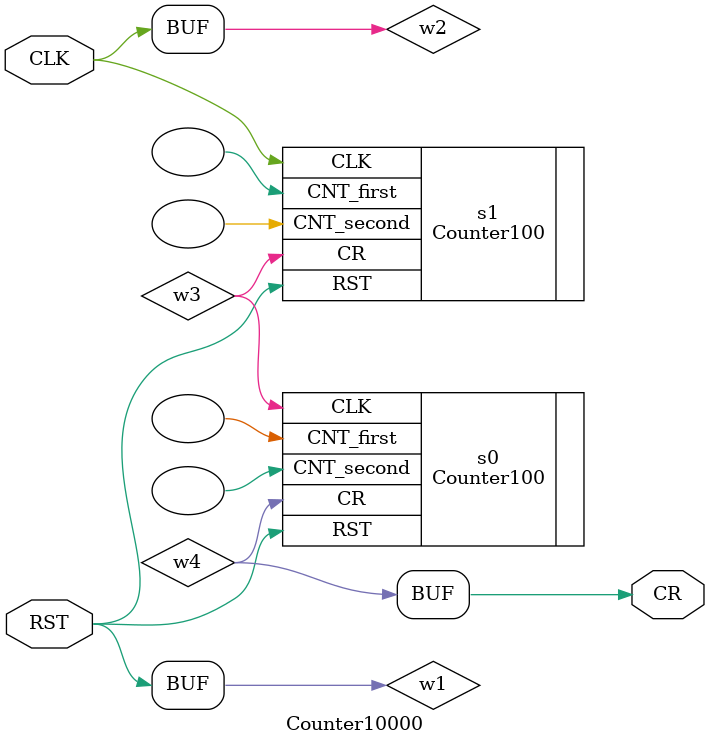
<source format=v>
module Counter10000(CLK,RST,CR);

input CLK;
input RST;
output CR;

wire  w1;
wire  w2;
wire  w3;
wire  w4;

assign w2 = CLK;
assign w1 = RST;
assign CR = w4;

Counter100
     s1 (
      .RST(w1),
      .CLK(w2),
      .CR(w3),
      .CNT_first(),
      .CNT_second());

Counter100
     s0 (
      .RST(w1),
      .CLK(w3),
      .CR(w4),
      .CNT_first(),
      .CNT_second());

endmodule


</source>
